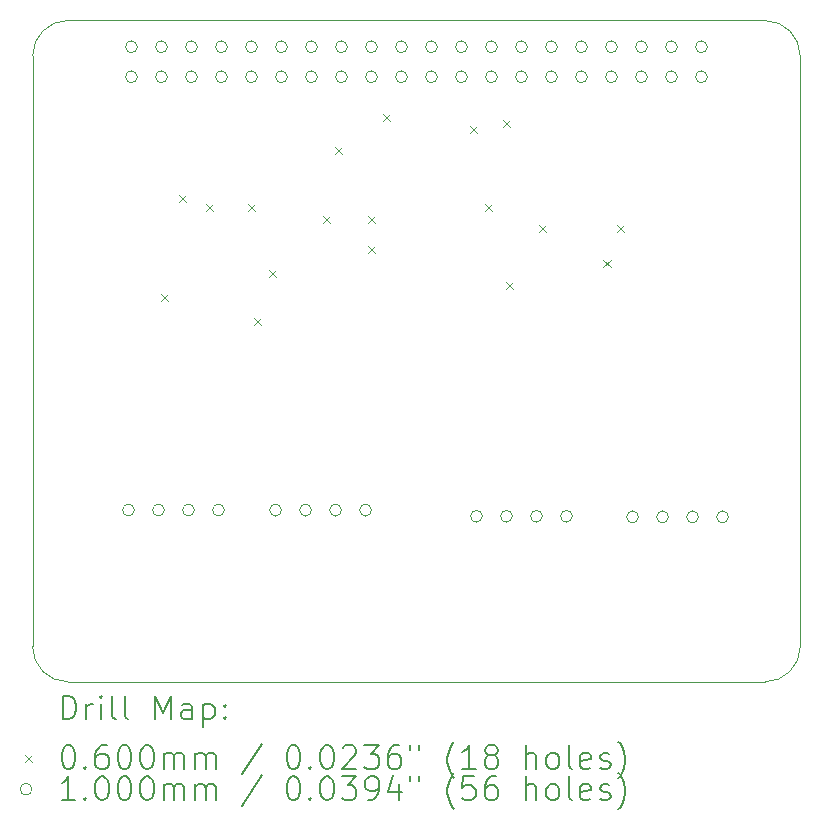
<source format=gbr>
%TF.GenerationSoftware,KiCad,Pcbnew,7.0.8*%
%TF.CreationDate,2023-11-16T11:09:49+00:00*%
%TF.ProjectId,ActionServer,41637469-6f6e-4536-9572-7665722e6b69,rev?*%
%TF.SameCoordinates,Original*%
%TF.FileFunction,Drillmap*%
%TF.FilePolarity,Positive*%
%FSLAX45Y45*%
G04 Gerber Fmt 4.5, Leading zero omitted, Abs format (unit mm)*
G04 Created by KiCad (PCBNEW 7.0.8) date 2023-11-16 11:09:49*
%MOMM*%
%LPD*%
G01*
G04 APERTURE LIST*
%ADD10C,0.100000*%
%ADD11C,0.200000*%
%ADD12C,0.060000*%
G04 APERTURE END LIST*
D10*
X16500000Y-4700000D02*
G75*
G03*
X16200000Y-4400000I-300000J0D01*
G01*
X16500000Y-9700000D02*
X16500000Y-4700000D01*
X10000000Y-4700000D02*
X10000000Y-8100000D01*
X10000000Y-9700000D02*
G75*
G03*
X10300000Y-10000000I300000J0D01*
G01*
X10300000Y-10000000D02*
X16200000Y-10000000D01*
X16200000Y-10000000D02*
G75*
G03*
X16500000Y-9700000I0J300000D01*
G01*
X10300000Y-4400000D02*
G75*
G03*
X10000000Y-4700000I0J-300000D01*
G01*
X10000000Y-8100000D02*
X10000000Y-9700000D01*
X16200000Y-4400000D02*
X10300000Y-4400000D01*
D11*
D12*
X11087600Y-6712300D02*
X11147600Y-6772300D01*
X11147600Y-6712300D02*
X11087600Y-6772300D01*
X11240000Y-5880600D02*
X11300000Y-5940600D01*
X11300000Y-5880600D02*
X11240000Y-5940600D01*
X11468600Y-5956800D02*
X11528600Y-6016800D01*
X11528600Y-5956800D02*
X11468600Y-6016800D01*
X11824200Y-5956800D02*
X11884200Y-6016800D01*
X11884200Y-5956800D02*
X11824200Y-6016800D01*
X11875000Y-6922000D02*
X11935000Y-6982000D01*
X11935000Y-6922000D02*
X11875000Y-6982000D01*
X12002000Y-6515600D02*
X12062000Y-6575600D01*
X12062000Y-6515600D02*
X12002000Y-6575600D01*
X12459200Y-6058400D02*
X12519200Y-6118400D01*
X12519200Y-6058400D02*
X12459200Y-6118400D01*
X12560800Y-5474200D02*
X12620800Y-5534200D01*
X12620800Y-5474200D02*
X12560800Y-5534200D01*
X12840200Y-6058400D02*
X12900200Y-6118400D01*
X12900200Y-6058400D02*
X12840200Y-6118400D01*
X12840200Y-6312400D02*
X12900200Y-6372400D01*
X12900200Y-6312400D02*
X12840200Y-6372400D01*
X12967200Y-5194800D02*
X13027200Y-5254800D01*
X13027200Y-5194800D02*
X12967200Y-5254800D01*
X13703800Y-5296400D02*
X13763800Y-5356400D01*
X13763800Y-5296400D02*
X13703800Y-5356400D01*
X13830800Y-5956800D02*
X13890800Y-6016800D01*
X13890800Y-5956800D02*
X13830800Y-6016800D01*
X13983200Y-5245600D02*
X14043200Y-5305600D01*
X14043200Y-5245600D02*
X13983200Y-5305600D01*
X14008600Y-6617200D02*
X14068600Y-6677200D01*
X14068600Y-6617200D02*
X14008600Y-6677200D01*
X14288000Y-6134600D02*
X14348000Y-6194600D01*
X14348000Y-6134600D02*
X14288000Y-6194600D01*
X14834100Y-6426700D02*
X14894100Y-6486700D01*
X14894100Y-6426700D02*
X14834100Y-6486700D01*
X14948400Y-6134600D02*
X15008400Y-6194600D01*
X15008400Y-6134600D02*
X14948400Y-6194600D01*
D10*
X10861800Y-8545700D02*
G75*
G03*
X10861800Y-8545700I-50000J0D01*
G01*
X10887000Y-4623000D02*
G75*
G03*
X10887000Y-4623000I-50000J0D01*
G01*
X10887000Y-4877000D02*
G75*
G03*
X10887000Y-4877000I-50000J0D01*
G01*
X11115800Y-8545700D02*
G75*
G03*
X11115800Y-8545700I-50000J0D01*
G01*
X11141000Y-4623000D02*
G75*
G03*
X11141000Y-4623000I-50000J0D01*
G01*
X11141000Y-4877000D02*
G75*
G03*
X11141000Y-4877000I-50000J0D01*
G01*
X11369800Y-8545700D02*
G75*
G03*
X11369800Y-8545700I-50000J0D01*
G01*
X11395000Y-4623000D02*
G75*
G03*
X11395000Y-4623000I-50000J0D01*
G01*
X11395000Y-4877000D02*
G75*
G03*
X11395000Y-4877000I-50000J0D01*
G01*
X11623800Y-8545700D02*
G75*
G03*
X11623800Y-8545700I-50000J0D01*
G01*
X11649000Y-4623000D02*
G75*
G03*
X11649000Y-4623000I-50000J0D01*
G01*
X11649000Y-4877000D02*
G75*
G03*
X11649000Y-4877000I-50000J0D01*
G01*
X11903000Y-4623000D02*
G75*
G03*
X11903000Y-4623000I-50000J0D01*
G01*
X11903000Y-4877000D02*
G75*
G03*
X11903000Y-4877000I-50000J0D01*
G01*
X12107400Y-8545700D02*
G75*
G03*
X12107400Y-8545700I-50000J0D01*
G01*
X12157000Y-4623000D02*
G75*
G03*
X12157000Y-4623000I-50000J0D01*
G01*
X12157000Y-4877000D02*
G75*
G03*
X12157000Y-4877000I-50000J0D01*
G01*
X12361400Y-8545700D02*
G75*
G03*
X12361400Y-8545700I-50000J0D01*
G01*
X12411000Y-4623000D02*
G75*
G03*
X12411000Y-4623000I-50000J0D01*
G01*
X12411000Y-4877000D02*
G75*
G03*
X12411000Y-4877000I-50000J0D01*
G01*
X12615400Y-8545700D02*
G75*
G03*
X12615400Y-8545700I-50000J0D01*
G01*
X12665000Y-4623000D02*
G75*
G03*
X12665000Y-4623000I-50000J0D01*
G01*
X12665000Y-4877000D02*
G75*
G03*
X12665000Y-4877000I-50000J0D01*
G01*
X12869400Y-8545700D02*
G75*
G03*
X12869400Y-8545700I-50000J0D01*
G01*
X12919000Y-4623000D02*
G75*
G03*
X12919000Y-4623000I-50000J0D01*
G01*
X12919000Y-4877000D02*
G75*
G03*
X12919000Y-4877000I-50000J0D01*
G01*
X13173000Y-4623000D02*
G75*
G03*
X13173000Y-4623000I-50000J0D01*
G01*
X13173000Y-4877000D02*
G75*
G03*
X13173000Y-4877000I-50000J0D01*
G01*
X13427000Y-4623000D02*
G75*
G03*
X13427000Y-4623000I-50000J0D01*
G01*
X13427000Y-4877000D02*
G75*
G03*
X13427000Y-4877000I-50000J0D01*
G01*
X13681000Y-4623000D02*
G75*
G03*
X13681000Y-4623000I-50000J0D01*
G01*
X13681000Y-4877000D02*
G75*
G03*
X13681000Y-4877000I-50000J0D01*
G01*
X13808200Y-8597300D02*
G75*
G03*
X13808200Y-8597300I-50000J0D01*
G01*
X13935000Y-4623000D02*
G75*
G03*
X13935000Y-4623000I-50000J0D01*
G01*
X13935000Y-4877000D02*
G75*
G03*
X13935000Y-4877000I-50000J0D01*
G01*
X14062200Y-8597300D02*
G75*
G03*
X14062200Y-8597300I-50000J0D01*
G01*
X14189000Y-4623000D02*
G75*
G03*
X14189000Y-4623000I-50000J0D01*
G01*
X14189000Y-4877000D02*
G75*
G03*
X14189000Y-4877000I-50000J0D01*
G01*
X14316200Y-8597300D02*
G75*
G03*
X14316200Y-8597300I-50000J0D01*
G01*
X14443000Y-4623000D02*
G75*
G03*
X14443000Y-4623000I-50000J0D01*
G01*
X14443000Y-4877000D02*
G75*
G03*
X14443000Y-4877000I-50000J0D01*
G01*
X14570200Y-8597300D02*
G75*
G03*
X14570200Y-8597300I-50000J0D01*
G01*
X14697000Y-4623000D02*
G75*
G03*
X14697000Y-4623000I-50000J0D01*
G01*
X14697000Y-4877000D02*
G75*
G03*
X14697000Y-4877000I-50000J0D01*
G01*
X14951000Y-4623000D02*
G75*
G03*
X14951000Y-4623000I-50000J0D01*
G01*
X14951000Y-4877000D02*
G75*
G03*
X14951000Y-4877000I-50000J0D01*
G01*
X15130000Y-8603000D02*
G75*
G03*
X15130000Y-8603000I-50000J0D01*
G01*
X15205000Y-4623000D02*
G75*
G03*
X15205000Y-4623000I-50000J0D01*
G01*
X15205000Y-4877000D02*
G75*
G03*
X15205000Y-4877000I-50000J0D01*
G01*
X15384000Y-8603000D02*
G75*
G03*
X15384000Y-8603000I-50000J0D01*
G01*
X15459000Y-4623000D02*
G75*
G03*
X15459000Y-4623000I-50000J0D01*
G01*
X15459000Y-4877000D02*
G75*
G03*
X15459000Y-4877000I-50000J0D01*
G01*
X15638000Y-8603000D02*
G75*
G03*
X15638000Y-8603000I-50000J0D01*
G01*
X15713000Y-4623000D02*
G75*
G03*
X15713000Y-4623000I-50000J0D01*
G01*
X15713000Y-4877000D02*
G75*
G03*
X15713000Y-4877000I-50000J0D01*
G01*
X15892000Y-8603000D02*
G75*
G03*
X15892000Y-8603000I-50000J0D01*
G01*
D11*
X10255777Y-10316484D02*
X10255777Y-10116484D01*
X10255777Y-10116484D02*
X10303396Y-10116484D01*
X10303396Y-10116484D02*
X10331967Y-10126008D01*
X10331967Y-10126008D02*
X10351015Y-10145055D01*
X10351015Y-10145055D02*
X10360539Y-10164103D01*
X10360539Y-10164103D02*
X10370063Y-10202198D01*
X10370063Y-10202198D02*
X10370063Y-10230770D01*
X10370063Y-10230770D02*
X10360539Y-10268865D01*
X10360539Y-10268865D02*
X10351015Y-10287912D01*
X10351015Y-10287912D02*
X10331967Y-10306960D01*
X10331967Y-10306960D02*
X10303396Y-10316484D01*
X10303396Y-10316484D02*
X10255777Y-10316484D01*
X10455777Y-10316484D02*
X10455777Y-10183150D01*
X10455777Y-10221246D02*
X10465301Y-10202198D01*
X10465301Y-10202198D02*
X10474824Y-10192674D01*
X10474824Y-10192674D02*
X10493872Y-10183150D01*
X10493872Y-10183150D02*
X10512920Y-10183150D01*
X10579586Y-10316484D02*
X10579586Y-10183150D01*
X10579586Y-10116484D02*
X10570063Y-10126008D01*
X10570063Y-10126008D02*
X10579586Y-10135531D01*
X10579586Y-10135531D02*
X10589110Y-10126008D01*
X10589110Y-10126008D02*
X10579586Y-10116484D01*
X10579586Y-10116484D02*
X10579586Y-10135531D01*
X10703396Y-10316484D02*
X10684348Y-10306960D01*
X10684348Y-10306960D02*
X10674824Y-10287912D01*
X10674824Y-10287912D02*
X10674824Y-10116484D01*
X10808158Y-10316484D02*
X10789110Y-10306960D01*
X10789110Y-10306960D02*
X10779586Y-10287912D01*
X10779586Y-10287912D02*
X10779586Y-10116484D01*
X11036729Y-10316484D02*
X11036729Y-10116484D01*
X11036729Y-10116484D02*
X11103396Y-10259341D01*
X11103396Y-10259341D02*
X11170063Y-10116484D01*
X11170063Y-10116484D02*
X11170063Y-10316484D01*
X11351015Y-10316484D02*
X11351015Y-10211722D01*
X11351015Y-10211722D02*
X11341491Y-10192674D01*
X11341491Y-10192674D02*
X11322443Y-10183150D01*
X11322443Y-10183150D02*
X11284348Y-10183150D01*
X11284348Y-10183150D02*
X11265301Y-10192674D01*
X11351015Y-10306960D02*
X11331967Y-10316484D01*
X11331967Y-10316484D02*
X11284348Y-10316484D01*
X11284348Y-10316484D02*
X11265301Y-10306960D01*
X11265301Y-10306960D02*
X11255777Y-10287912D01*
X11255777Y-10287912D02*
X11255777Y-10268865D01*
X11255777Y-10268865D02*
X11265301Y-10249817D01*
X11265301Y-10249817D02*
X11284348Y-10240293D01*
X11284348Y-10240293D02*
X11331967Y-10240293D01*
X11331967Y-10240293D02*
X11351015Y-10230770D01*
X11446253Y-10183150D02*
X11446253Y-10383150D01*
X11446253Y-10192674D02*
X11465301Y-10183150D01*
X11465301Y-10183150D02*
X11503396Y-10183150D01*
X11503396Y-10183150D02*
X11522443Y-10192674D01*
X11522443Y-10192674D02*
X11531967Y-10202198D01*
X11531967Y-10202198D02*
X11541491Y-10221246D01*
X11541491Y-10221246D02*
X11541491Y-10278389D01*
X11541491Y-10278389D02*
X11531967Y-10297436D01*
X11531967Y-10297436D02*
X11522443Y-10306960D01*
X11522443Y-10306960D02*
X11503396Y-10316484D01*
X11503396Y-10316484D02*
X11465301Y-10316484D01*
X11465301Y-10316484D02*
X11446253Y-10306960D01*
X11627205Y-10297436D02*
X11636729Y-10306960D01*
X11636729Y-10306960D02*
X11627205Y-10316484D01*
X11627205Y-10316484D02*
X11617682Y-10306960D01*
X11617682Y-10306960D02*
X11627205Y-10297436D01*
X11627205Y-10297436D02*
X11627205Y-10316484D01*
X11627205Y-10192674D02*
X11636729Y-10202198D01*
X11636729Y-10202198D02*
X11627205Y-10211722D01*
X11627205Y-10211722D02*
X11617682Y-10202198D01*
X11617682Y-10202198D02*
X11627205Y-10192674D01*
X11627205Y-10192674D02*
X11627205Y-10211722D01*
D12*
X9935000Y-10615000D02*
X9995000Y-10675000D01*
X9995000Y-10615000D02*
X9935000Y-10675000D01*
D11*
X10293872Y-10536484D02*
X10312920Y-10536484D01*
X10312920Y-10536484D02*
X10331967Y-10546008D01*
X10331967Y-10546008D02*
X10341491Y-10555531D01*
X10341491Y-10555531D02*
X10351015Y-10574579D01*
X10351015Y-10574579D02*
X10360539Y-10612674D01*
X10360539Y-10612674D02*
X10360539Y-10660293D01*
X10360539Y-10660293D02*
X10351015Y-10698389D01*
X10351015Y-10698389D02*
X10341491Y-10717436D01*
X10341491Y-10717436D02*
X10331967Y-10726960D01*
X10331967Y-10726960D02*
X10312920Y-10736484D01*
X10312920Y-10736484D02*
X10293872Y-10736484D01*
X10293872Y-10736484D02*
X10274824Y-10726960D01*
X10274824Y-10726960D02*
X10265301Y-10717436D01*
X10265301Y-10717436D02*
X10255777Y-10698389D01*
X10255777Y-10698389D02*
X10246253Y-10660293D01*
X10246253Y-10660293D02*
X10246253Y-10612674D01*
X10246253Y-10612674D02*
X10255777Y-10574579D01*
X10255777Y-10574579D02*
X10265301Y-10555531D01*
X10265301Y-10555531D02*
X10274824Y-10546008D01*
X10274824Y-10546008D02*
X10293872Y-10536484D01*
X10446253Y-10717436D02*
X10455777Y-10726960D01*
X10455777Y-10726960D02*
X10446253Y-10736484D01*
X10446253Y-10736484D02*
X10436729Y-10726960D01*
X10436729Y-10726960D02*
X10446253Y-10717436D01*
X10446253Y-10717436D02*
X10446253Y-10736484D01*
X10627205Y-10536484D02*
X10589110Y-10536484D01*
X10589110Y-10536484D02*
X10570063Y-10546008D01*
X10570063Y-10546008D02*
X10560539Y-10555531D01*
X10560539Y-10555531D02*
X10541491Y-10584103D01*
X10541491Y-10584103D02*
X10531967Y-10622198D01*
X10531967Y-10622198D02*
X10531967Y-10698389D01*
X10531967Y-10698389D02*
X10541491Y-10717436D01*
X10541491Y-10717436D02*
X10551015Y-10726960D01*
X10551015Y-10726960D02*
X10570063Y-10736484D01*
X10570063Y-10736484D02*
X10608158Y-10736484D01*
X10608158Y-10736484D02*
X10627205Y-10726960D01*
X10627205Y-10726960D02*
X10636729Y-10717436D01*
X10636729Y-10717436D02*
X10646253Y-10698389D01*
X10646253Y-10698389D02*
X10646253Y-10650770D01*
X10646253Y-10650770D02*
X10636729Y-10631722D01*
X10636729Y-10631722D02*
X10627205Y-10622198D01*
X10627205Y-10622198D02*
X10608158Y-10612674D01*
X10608158Y-10612674D02*
X10570063Y-10612674D01*
X10570063Y-10612674D02*
X10551015Y-10622198D01*
X10551015Y-10622198D02*
X10541491Y-10631722D01*
X10541491Y-10631722D02*
X10531967Y-10650770D01*
X10770063Y-10536484D02*
X10789110Y-10536484D01*
X10789110Y-10536484D02*
X10808158Y-10546008D01*
X10808158Y-10546008D02*
X10817682Y-10555531D01*
X10817682Y-10555531D02*
X10827205Y-10574579D01*
X10827205Y-10574579D02*
X10836729Y-10612674D01*
X10836729Y-10612674D02*
X10836729Y-10660293D01*
X10836729Y-10660293D02*
X10827205Y-10698389D01*
X10827205Y-10698389D02*
X10817682Y-10717436D01*
X10817682Y-10717436D02*
X10808158Y-10726960D01*
X10808158Y-10726960D02*
X10789110Y-10736484D01*
X10789110Y-10736484D02*
X10770063Y-10736484D01*
X10770063Y-10736484D02*
X10751015Y-10726960D01*
X10751015Y-10726960D02*
X10741491Y-10717436D01*
X10741491Y-10717436D02*
X10731967Y-10698389D01*
X10731967Y-10698389D02*
X10722444Y-10660293D01*
X10722444Y-10660293D02*
X10722444Y-10612674D01*
X10722444Y-10612674D02*
X10731967Y-10574579D01*
X10731967Y-10574579D02*
X10741491Y-10555531D01*
X10741491Y-10555531D02*
X10751015Y-10546008D01*
X10751015Y-10546008D02*
X10770063Y-10536484D01*
X10960539Y-10536484D02*
X10979586Y-10536484D01*
X10979586Y-10536484D02*
X10998634Y-10546008D01*
X10998634Y-10546008D02*
X11008158Y-10555531D01*
X11008158Y-10555531D02*
X11017682Y-10574579D01*
X11017682Y-10574579D02*
X11027205Y-10612674D01*
X11027205Y-10612674D02*
X11027205Y-10660293D01*
X11027205Y-10660293D02*
X11017682Y-10698389D01*
X11017682Y-10698389D02*
X11008158Y-10717436D01*
X11008158Y-10717436D02*
X10998634Y-10726960D01*
X10998634Y-10726960D02*
X10979586Y-10736484D01*
X10979586Y-10736484D02*
X10960539Y-10736484D01*
X10960539Y-10736484D02*
X10941491Y-10726960D01*
X10941491Y-10726960D02*
X10931967Y-10717436D01*
X10931967Y-10717436D02*
X10922444Y-10698389D01*
X10922444Y-10698389D02*
X10912920Y-10660293D01*
X10912920Y-10660293D02*
X10912920Y-10612674D01*
X10912920Y-10612674D02*
X10922444Y-10574579D01*
X10922444Y-10574579D02*
X10931967Y-10555531D01*
X10931967Y-10555531D02*
X10941491Y-10546008D01*
X10941491Y-10546008D02*
X10960539Y-10536484D01*
X11112920Y-10736484D02*
X11112920Y-10603150D01*
X11112920Y-10622198D02*
X11122444Y-10612674D01*
X11122444Y-10612674D02*
X11141491Y-10603150D01*
X11141491Y-10603150D02*
X11170063Y-10603150D01*
X11170063Y-10603150D02*
X11189110Y-10612674D01*
X11189110Y-10612674D02*
X11198634Y-10631722D01*
X11198634Y-10631722D02*
X11198634Y-10736484D01*
X11198634Y-10631722D02*
X11208158Y-10612674D01*
X11208158Y-10612674D02*
X11227205Y-10603150D01*
X11227205Y-10603150D02*
X11255777Y-10603150D01*
X11255777Y-10603150D02*
X11274824Y-10612674D01*
X11274824Y-10612674D02*
X11284348Y-10631722D01*
X11284348Y-10631722D02*
X11284348Y-10736484D01*
X11379586Y-10736484D02*
X11379586Y-10603150D01*
X11379586Y-10622198D02*
X11389110Y-10612674D01*
X11389110Y-10612674D02*
X11408158Y-10603150D01*
X11408158Y-10603150D02*
X11436729Y-10603150D01*
X11436729Y-10603150D02*
X11455777Y-10612674D01*
X11455777Y-10612674D02*
X11465301Y-10631722D01*
X11465301Y-10631722D02*
X11465301Y-10736484D01*
X11465301Y-10631722D02*
X11474824Y-10612674D01*
X11474824Y-10612674D02*
X11493872Y-10603150D01*
X11493872Y-10603150D02*
X11522443Y-10603150D01*
X11522443Y-10603150D02*
X11541491Y-10612674D01*
X11541491Y-10612674D02*
X11551015Y-10631722D01*
X11551015Y-10631722D02*
X11551015Y-10736484D01*
X11941491Y-10526960D02*
X11770063Y-10784103D01*
X12198634Y-10536484D02*
X12217682Y-10536484D01*
X12217682Y-10536484D02*
X12236729Y-10546008D01*
X12236729Y-10546008D02*
X12246253Y-10555531D01*
X12246253Y-10555531D02*
X12255777Y-10574579D01*
X12255777Y-10574579D02*
X12265301Y-10612674D01*
X12265301Y-10612674D02*
X12265301Y-10660293D01*
X12265301Y-10660293D02*
X12255777Y-10698389D01*
X12255777Y-10698389D02*
X12246253Y-10717436D01*
X12246253Y-10717436D02*
X12236729Y-10726960D01*
X12236729Y-10726960D02*
X12217682Y-10736484D01*
X12217682Y-10736484D02*
X12198634Y-10736484D01*
X12198634Y-10736484D02*
X12179586Y-10726960D01*
X12179586Y-10726960D02*
X12170063Y-10717436D01*
X12170063Y-10717436D02*
X12160539Y-10698389D01*
X12160539Y-10698389D02*
X12151015Y-10660293D01*
X12151015Y-10660293D02*
X12151015Y-10612674D01*
X12151015Y-10612674D02*
X12160539Y-10574579D01*
X12160539Y-10574579D02*
X12170063Y-10555531D01*
X12170063Y-10555531D02*
X12179586Y-10546008D01*
X12179586Y-10546008D02*
X12198634Y-10536484D01*
X12351015Y-10717436D02*
X12360539Y-10726960D01*
X12360539Y-10726960D02*
X12351015Y-10736484D01*
X12351015Y-10736484D02*
X12341491Y-10726960D01*
X12341491Y-10726960D02*
X12351015Y-10717436D01*
X12351015Y-10717436D02*
X12351015Y-10736484D01*
X12484348Y-10536484D02*
X12503396Y-10536484D01*
X12503396Y-10536484D02*
X12522444Y-10546008D01*
X12522444Y-10546008D02*
X12531967Y-10555531D01*
X12531967Y-10555531D02*
X12541491Y-10574579D01*
X12541491Y-10574579D02*
X12551015Y-10612674D01*
X12551015Y-10612674D02*
X12551015Y-10660293D01*
X12551015Y-10660293D02*
X12541491Y-10698389D01*
X12541491Y-10698389D02*
X12531967Y-10717436D01*
X12531967Y-10717436D02*
X12522444Y-10726960D01*
X12522444Y-10726960D02*
X12503396Y-10736484D01*
X12503396Y-10736484D02*
X12484348Y-10736484D01*
X12484348Y-10736484D02*
X12465301Y-10726960D01*
X12465301Y-10726960D02*
X12455777Y-10717436D01*
X12455777Y-10717436D02*
X12446253Y-10698389D01*
X12446253Y-10698389D02*
X12436729Y-10660293D01*
X12436729Y-10660293D02*
X12436729Y-10612674D01*
X12436729Y-10612674D02*
X12446253Y-10574579D01*
X12446253Y-10574579D02*
X12455777Y-10555531D01*
X12455777Y-10555531D02*
X12465301Y-10546008D01*
X12465301Y-10546008D02*
X12484348Y-10536484D01*
X12627206Y-10555531D02*
X12636729Y-10546008D01*
X12636729Y-10546008D02*
X12655777Y-10536484D01*
X12655777Y-10536484D02*
X12703396Y-10536484D01*
X12703396Y-10536484D02*
X12722444Y-10546008D01*
X12722444Y-10546008D02*
X12731967Y-10555531D01*
X12731967Y-10555531D02*
X12741491Y-10574579D01*
X12741491Y-10574579D02*
X12741491Y-10593627D01*
X12741491Y-10593627D02*
X12731967Y-10622198D01*
X12731967Y-10622198D02*
X12617682Y-10736484D01*
X12617682Y-10736484D02*
X12741491Y-10736484D01*
X12808158Y-10536484D02*
X12931967Y-10536484D01*
X12931967Y-10536484D02*
X12865301Y-10612674D01*
X12865301Y-10612674D02*
X12893872Y-10612674D01*
X12893872Y-10612674D02*
X12912920Y-10622198D01*
X12912920Y-10622198D02*
X12922444Y-10631722D01*
X12922444Y-10631722D02*
X12931967Y-10650770D01*
X12931967Y-10650770D02*
X12931967Y-10698389D01*
X12931967Y-10698389D02*
X12922444Y-10717436D01*
X12922444Y-10717436D02*
X12912920Y-10726960D01*
X12912920Y-10726960D02*
X12893872Y-10736484D01*
X12893872Y-10736484D02*
X12836729Y-10736484D01*
X12836729Y-10736484D02*
X12817682Y-10726960D01*
X12817682Y-10726960D02*
X12808158Y-10717436D01*
X13103396Y-10536484D02*
X13065301Y-10536484D01*
X13065301Y-10536484D02*
X13046253Y-10546008D01*
X13046253Y-10546008D02*
X13036729Y-10555531D01*
X13036729Y-10555531D02*
X13017682Y-10584103D01*
X13017682Y-10584103D02*
X13008158Y-10622198D01*
X13008158Y-10622198D02*
X13008158Y-10698389D01*
X13008158Y-10698389D02*
X13017682Y-10717436D01*
X13017682Y-10717436D02*
X13027206Y-10726960D01*
X13027206Y-10726960D02*
X13046253Y-10736484D01*
X13046253Y-10736484D02*
X13084348Y-10736484D01*
X13084348Y-10736484D02*
X13103396Y-10726960D01*
X13103396Y-10726960D02*
X13112920Y-10717436D01*
X13112920Y-10717436D02*
X13122444Y-10698389D01*
X13122444Y-10698389D02*
X13122444Y-10650770D01*
X13122444Y-10650770D02*
X13112920Y-10631722D01*
X13112920Y-10631722D02*
X13103396Y-10622198D01*
X13103396Y-10622198D02*
X13084348Y-10612674D01*
X13084348Y-10612674D02*
X13046253Y-10612674D01*
X13046253Y-10612674D02*
X13027206Y-10622198D01*
X13027206Y-10622198D02*
X13017682Y-10631722D01*
X13017682Y-10631722D02*
X13008158Y-10650770D01*
X13198634Y-10536484D02*
X13198634Y-10574579D01*
X13274825Y-10536484D02*
X13274825Y-10574579D01*
X13570063Y-10812674D02*
X13560539Y-10803150D01*
X13560539Y-10803150D02*
X13541491Y-10774579D01*
X13541491Y-10774579D02*
X13531968Y-10755531D01*
X13531968Y-10755531D02*
X13522444Y-10726960D01*
X13522444Y-10726960D02*
X13512920Y-10679341D01*
X13512920Y-10679341D02*
X13512920Y-10641246D01*
X13512920Y-10641246D02*
X13522444Y-10593627D01*
X13522444Y-10593627D02*
X13531968Y-10565055D01*
X13531968Y-10565055D02*
X13541491Y-10546008D01*
X13541491Y-10546008D02*
X13560539Y-10517436D01*
X13560539Y-10517436D02*
X13570063Y-10507912D01*
X13751015Y-10736484D02*
X13636729Y-10736484D01*
X13693872Y-10736484D02*
X13693872Y-10536484D01*
X13693872Y-10536484D02*
X13674825Y-10565055D01*
X13674825Y-10565055D02*
X13655777Y-10584103D01*
X13655777Y-10584103D02*
X13636729Y-10593627D01*
X13865301Y-10622198D02*
X13846253Y-10612674D01*
X13846253Y-10612674D02*
X13836729Y-10603150D01*
X13836729Y-10603150D02*
X13827206Y-10584103D01*
X13827206Y-10584103D02*
X13827206Y-10574579D01*
X13827206Y-10574579D02*
X13836729Y-10555531D01*
X13836729Y-10555531D02*
X13846253Y-10546008D01*
X13846253Y-10546008D02*
X13865301Y-10536484D01*
X13865301Y-10536484D02*
X13903396Y-10536484D01*
X13903396Y-10536484D02*
X13922444Y-10546008D01*
X13922444Y-10546008D02*
X13931968Y-10555531D01*
X13931968Y-10555531D02*
X13941491Y-10574579D01*
X13941491Y-10574579D02*
X13941491Y-10584103D01*
X13941491Y-10584103D02*
X13931968Y-10603150D01*
X13931968Y-10603150D02*
X13922444Y-10612674D01*
X13922444Y-10612674D02*
X13903396Y-10622198D01*
X13903396Y-10622198D02*
X13865301Y-10622198D01*
X13865301Y-10622198D02*
X13846253Y-10631722D01*
X13846253Y-10631722D02*
X13836729Y-10641246D01*
X13836729Y-10641246D02*
X13827206Y-10660293D01*
X13827206Y-10660293D02*
X13827206Y-10698389D01*
X13827206Y-10698389D02*
X13836729Y-10717436D01*
X13836729Y-10717436D02*
X13846253Y-10726960D01*
X13846253Y-10726960D02*
X13865301Y-10736484D01*
X13865301Y-10736484D02*
X13903396Y-10736484D01*
X13903396Y-10736484D02*
X13922444Y-10726960D01*
X13922444Y-10726960D02*
X13931968Y-10717436D01*
X13931968Y-10717436D02*
X13941491Y-10698389D01*
X13941491Y-10698389D02*
X13941491Y-10660293D01*
X13941491Y-10660293D02*
X13931968Y-10641246D01*
X13931968Y-10641246D02*
X13922444Y-10631722D01*
X13922444Y-10631722D02*
X13903396Y-10622198D01*
X14179587Y-10736484D02*
X14179587Y-10536484D01*
X14265301Y-10736484D02*
X14265301Y-10631722D01*
X14265301Y-10631722D02*
X14255777Y-10612674D01*
X14255777Y-10612674D02*
X14236730Y-10603150D01*
X14236730Y-10603150D02*
X14208158Y-10603150D01*
X14208158Y-10603150D02*
X14189110Y-10612674D01*
X14189110Y-10612674D02*
X14179587Y-10622198D01*
X14389110Y-10736484D02*
X14370063Y-10726960D01*
X14370063Y-10726960D02*
X14360539Y-10717436D01*
X14360539Y-10717436D02*
X14351015Y-10698389D01*
X14351015Y-10698389D02*
X14351015Y-10641246D01*
X14351015Y-10641246D02*
X14360539Y-10622198D01*
X14360539Y-10622198D02*
X14370063Y-10612674D01*
X14370063Y-10612674D02*
X14389110Y-10603150D01*
X14389110Y-10603150D02*
X14417682Y-10603150D01*
X14417682Y-10603150D02*
X14436730Y-10612674D01*
X14436730Y-10612674D02*
X14446253Y-10622198D01*
X14446253Y-10622198D02*
X14455777Y-10641246D01*
X14455777Y-10641246D02*
X14455777Y-10698389D01*
X14455777Y-10698389D02*
X14446253Y-10717436D01*
X14446253Y-10717436D02*
X14436730Y-10726960D01*
X14436730Y-10726960D02*
X14417682Y-10736484D01*
X14417682Y-10736484D02*
X14389110Y-10736484D01*
X14570063Y-10736484D02*
X14551015Y-10726960D01*
X14551015Y-10726960D02*
X14541491Y-10707912D01*
X14541491Y-10707912D02*
X14541491Y-10536484D01*
X14722444Y-10726960D02*
X14703396Y-10736484D01*
X14703396Y-10736484D02*
X14665301Y-10736484D01*
X14665301Y-10736484D02*
X14646253Y-10726960D01*
X14646253Y-10726960D02*
X14636730Y-10707912D01*
X14636730Y-10707912D02*
X14636730Y-10631722D01*
X14636730Y-10631722D02*
X14646253Y-10612674D01*
X14646253Y-10612674D02*
X14665301Y-10603150D01*
X14665301Y-10603150D02*
X14703396Y-10603150D01*
X14703396Y-10603150D02*
X14722444Y-10612674D01*
X14722444Y-10612674D02*
X14731968Y-10631722D01*
X14731968Y-10631722D02*
X14731968Y-10650770D01*
X14731968Y-10650770D02*
X14636730Y-10669817D01*
X14808158Y-10726960D02*
X14827206Y-10736484D01*
X14827206Y-10736484D02*
X14865301Y-10736484D01*
X14865301Y-10736484D02*
X14884349Y-10726960D01*
X14884349Y-10726960D02*
X14893872Y-10707912D01*
X14893872Y-10707912D02*
X14893872Y-10698389D01*
X14893872Y-10698389D02*
X14884349Y-10679341D01*
X14884349Y-10679341D02*
X14865301Y-10669817D01*
X14865301Y-10669817D02*
X14836730Y-10669817D01*
X14836730Y-10669817D02*
X14817682Y-10660293D01*
X14817682Y-10660293D02*
X14808158Y-10641246D01*
X14808158Y-10641246D02*
X14808158Y-10631722D01*
X14808158Y-10631722D02*
X14817682Y-10612674D01*
X14817682Y-10612674D02*
X14836730Y-10603150D01*
X14836730Y-10603150D02*
X14865301Y-10603150D01*
X14865301Y-10603150D02*
X14884349Y-10612674D01*
X14960539Y-10812674D02*
X14970063Y-10803150D01*
X14970063Y-10803150D02*
X14989111Y-10774579D01*
X14989111Y-10774579D02*
X14998634Y-10755531D01*
X14998634Y-10755531D02*
X15008158Y-10726960D01*
X15008158Y-10726960D02*
X15017682Y-10679341D01*
X15017682Y-10679341D02*
X15017682Y-10641246D01*
X15017682Y-10641246D02*
X15008158Y-10593627D01*
X15008158Y-10593627D02*
X14998634Y-10565055D01*
X14998634Y-10565055D02*
X14989111Y-10546008D01*
X14989111Y-10546008D02*
X14970063Y-10517436D01*
X14970063Y-10517436D02*
X14960539Y-10507912D01*
D10*
X9995000Y-10909000D02*
G75*
G03*
X9995000Y-10909000I-50000J0D01*
G01*
D11*
X10360539Y-11000484D02*
X10246253Y-11000484D01*
X10303396Y-11000484D02*
X10303396Y-10800484D01*
X10303396Y-10800484D02*
X10284348Y-10829055D01*
X10284348Y-10829055D02*
X10265301Y-10848103D01*
X10265301Y-10848103D02*
X10246253Y-10857627D01*
X10446253Y-10981436D02*
X10455777Y-10990960D01*
X10455777Y-10990960D02*
X10446253Y-11000484D01*
X10446253Y-11000484D02*
X10436729Y-10990960D01*
X10436729Y-10990960D02*
X10446253Y-10981436D01*
X10446253Y-10981436D02*
X10446253Y-11000484D01*
X10579586Y-10800484D02*
X10598634Y-10800484D01*
X10598634Y-10800484D02*
X10617682Y-10810008D01*
X10617682Y-10810008D02*
X10627205Y-10819531D01*
X10627205Y-10819531D02*
X10636729Y-10838579D01*
X10636729Y-10838579D02*
X10646253Y-10876674D01*
X10646253Y-10876674D02*
X10646253Y-10924293D01*
X10646253Y-10924293D02*
X10636729Y-10962389D01*
X10636729Y-10962389D02*
X10627205Y-10981436D01*
X10627205Y-10981436D02*
X10617682Y-10990960D01*
X10617682Y-10990960D02*
X10598634Y-11000484D01*
X10598634Y-11000484D02*
X10579586Y-11000484D01*
X10579586Y-11000484D02*
X10560539Y-10990960D01*
X10560539Y-10990960D02*
X10551015Y-10981436D01*
X10551015Y-10981436D02*
X10541491Y-10962389D01*
X10541491Y-10962389D02*
X10531967Y-10924293D01*
X10531967Y-10924293D02*
X10531967Y-10876674D01*
X10531967Y-10876674D02*
X10541491Y-10838579D01*
X10541491Y-10838579D02*
X10551015Y-10819531D01*
X10551015Y-10819531D02*
X10560539Y-10810008D01*
X10560539Y-10810008D02*
X10579586Y-10800484D01*
X10770063Y-10800484D02*
X10789110Y-10800484D01*
X10789110Y-10800484D02*
X10808158Y-10810008D01*
X10808158Y-10810008D02*
X10817682Y-10819531D01*
X10817682Y-10819531D02*
X10827205Y-10838579D01*
X10827205Y-10838579D02*
X10836729Y-10876674D01*
X10836729Y-10876674D02*
X10836729Y-10924293D01*
X10836729Y-10924293D02*
X10827205Y-10962389D01*
X10827205Y-10962389D02*
X10817682Y-10981436D01*
X10817682Y-10981436D02*
X10808158Y-10990960D01*
X10808158Y-10990960D02*
X10789110Y-11000484D01*
X10789110Y-11000484D02*
X10770063Y-11000484D01*
X10770063Y-11000484D02*
X10751015Y-10990960D01*
X10751015Y-10990960D02*
X10741491Y-10981436D01*
X10741491Y-10981436D02*
X10731967Y-10962389D01*
X10731967Y-10962389D02*
X10722444Y-10924293D01*
X10722444Y-10924293D02*
X10722444Y-10876674D01*
X10722444Y-10876674D02*
X10731967Y-10838579D01*
X10731967Y-10838579D02*
X10741491Y-10819531D01*
X10741491Y-10819531D02*
X10751015Y-10810008D01*
X10751015Y-10810008D02*
X10770063Y-10800484D01*
X10960539Y-10800484D02*
X10979586Y-10800484D01*
X10979586Y-10800484D02*
X10998634Y-10810008D01*
X10998634Y-10810008D02*
X11008158Y-10819531D01*
X11008158Y-10819531D02*
X11017682Y-10838579D01*
X11017682Y-10838579D02*
X11027205Y-10876674D01*
X11027205Y-10876674D02*
X11027205Y-10924293D01*
X11027205Y-10924293D02*
X11017682Y-10962389D01*
X11017682Y-10962389D02*
X11008158Y-10981436D01*
X11008158Y-10981436D02*
X10998634Y-10990960D01*
X10998634Y-10990960D02*
X10979586Y-11000484D01*
X10979586Y-11000484D02*
X10960539Y-11000484D01*
X10960539Y-11000484D02*
X10941491Y-10990960D01*
X10941491Y-10990960D02*
X10931967Y-10981436D01*
X10931967Y-10981436D02*
X10922444Y-10962389D01*
X10922444Y-10962389D02*
X10912920Y-10924293D01*
X10912920Y-10924293D02*
X10912920Y-10876674D01*
X10912920Y-10876674D02*
X10922444Y-10838579D01*
X10922444Y-10838579D02*
X10931967Y-10819531D01*
X10931967Y-10819531D02*
X10941491Y-10810008D01*
X10941491Y-10810008D02*
X10960539Y-10800484D01*
X11112920Y-11000484D02*
X11112920Y-10867150D01*
X11112920Y-10886198D02*
X11122444Y-10876674D01*
X11122444Y-10876674D02*
X11141491Y-10867150D01*
X11141491Y-10867150D02*
X11170063Y-10867150D01*
X11170063Y-10867150D02*
X11189110Y-10876674D01*
X11189110Y-10876674D02*
X11198634Y-10895722D01*
X11198634Y-10895722D02*
X11198634Y-11000484D01*
X11198634Y-10895722D02*
X11208158Y-10876674D01*
X11208158Y-10876674D02*
X11227205Y-10867150D01*
X11227205Y-10867150D02*
X11255777Y-10867150D01*
X11255777Y-10867150D02*
X11274824Y-10876674D01*
X11274824Y-10876674D02*
X11284348Y-10895722D01*
X11284348Y-10895722D02*
X11284348Y-11000484D01*
X11379586Y-11000484D02*
X11379586Y-10867150D01*
X11379586Y-10886198D02*
X11389110Y-10876674D01*
X11389110Y-10876674D02*
X11408158Y-10867150D01*
X11408158Y-10867150D02*
X11436729Y-10867150D01*
X11436729Y-10867150D02*
X11455777Y-10876674D01*
X11455777Y-10876674D02*
X11465301Y-10895722D01*
X11465301Y-10895722D02*
X11465301Y-11000484D01*
X11465301Y-10895722D02*
X11474824Y-10876674D01*
X11474824Y-10876674D02*
X11493872Y-10867150D01*
X11493872Y-10867150D02*
X11522443Y-10867150D01*
X11522443Y-10867150D02*
X11541491Y-10876674D01*
X11541491Y-10876674D02*
X11551015Y-10895722D01*
X11551015Y-10895722D02*
X11551015Y-11000484D01*
X11941491Y-10790960D02*
X11770063Y-11048103D01*
X12198634Y-10800484D02*
X12217682Y-10800484D01*
X12217682Y-10800484D02*
X12236729Y-10810008D01*
X12236729Y-10810008D02*
X12246253Y-10819531D01*
X12246253Y-10819531D02*
X12255777Y-10838579D01*
X12255777Y-10838579D02*
X12265301Y-10876674D01*
X12265301Y-10876674D02*
X12265301Y-10924293D01*
X12265301Y-10924293D02*
X12255777Y-10962389D01*
X12255777Y-10962389D02*
X12246253Y-10981436D01*
X12246253Y-10981436D02*
X12236729Y-10990960D01*
X12236729Y-10990960D02*
X12217682Y-11000484D01*
X12217682Y-11000484D02*
X12198634Y-11000484D01*
X12198634Y-11000484D02*
X12179586Y-10990960D01*
X12179586Y-10990960D02*
X12170063Y-10981436D01*
X12170063Y-10981436D02*
X12160539Y-10962389D01*
X12160539Y-10962389D02*
X12151015Y-10924293D01*
X12151015Y-10924293D02*
X12151015Y-10876674D01*
X12151015Y-10876674D02*
X12160539Y-10838579D01*
X12160539Y-10838579D02*
X12170063Y-10819531D01*
X12170063Y-10819531D02*
X12179586Y-10810008D01*
X12179586Y-10810008D02*
X12198634Y-10800484D01*
X12351015Y-10981436D02*
X12360539Y-10990960D01*
X12360539Y-10990960D02*
X12351015Y-11000484D01*
X12351015Y-11000484D02*
X12341491Y-10990960D01*
X12341491Y-10990960D02*
X12351015Y-10981436D01*
X12351015Y-10981436D02*
X12351015Y-11000484D01*
X12484348Y-10800484D02*
X12503396Y-10800484D01*
X12503396Y-10800484D02*
X12522444Y-10810008D01*
X12522444Y-10810008D02*
X12531967Y-10819531D01*
X12531967Y-10819531D02*
X12541491Y-10838579D01*
X12541491Y-10838579D02*
X12551015Y-10876674D01*
X12551015Y-10876674D02*
X12551015Y-10924293D01*
X12551015Y-10924293D02*
X12541491Y-10962389D01*
X12541491Y-10962389D02*
X12531967Y-10981436D01*
X12531967Y-10981436D02*
X12522444Y-10990960D01*
X12522444Y-10990960D02*
X12503396Y-11000484D01*
X12503396Y-11000484D02*
X12484348Y-11000484D01*
X12484348Y-11000484D02*
X12465301Y-10990960D01*
X12465301Y-10990960D02*
X12455777Y-10981436D01*
X12455777Y-10981436D02*
X12446253Y-10962389D01*
X12446253Y-10962389D02*
X12436729Y-10924293D01*
X12436729Y-10924293D02*
X12436729Y-10876674D01*
X12436729Y-10876674D02*
X12446253Y-10838579D01*
X12446253Y-10838579D02*
X12455777Y-10819531D01*
X12455777Y-10819531D02*
X12465301Y-10810008D01*
X12465301Y-10810008D02*
X12484348Y-10800484D01*
X12617682Y-10800484D02*
X12741491Y-10800484D01*
X12741491Y-10800484D02*
X12674825Y-10876674D01*
X12674825Y-10876674D02*
X12703396Y-10876674D01*
X12703396Y-10876674D02*
X12722444Y-10886198D01*
X12722444Y-10886198D02*
X12731967Y-10895722D01*
X12731967Y-10895722D02*
X12741491Y-10914770D01*
X12741491Y-10914770D02*
X12741491Y-10962389D01*
X12741491Y-10962389D02*
X12731967Y-10981436D01*
X12731967Y-10981436D02*
X12722444Y-10990960D01*
X12722444Y-10990960D02*
X12703396Y-11000484D01*
X12703396Y-11000484D02*
X12646253Y-11000484D01*
X12646253Y-11000484D02*
X12627206Y-10990960D01*
X12627206Y-10990960D02*
X12617682Y-10981436D01*
X12836729Y-11000484D02*
X12874825Y-11000484D01*
X12874825Y-11000484D02*
X12893872Y-10990960D01*
X12893872Y-10990960D02*
X12903396Y-10981436D01*
X12903396Y-10981436D02*
X12922444Y-10952865D01*
X12922444Y-10952865D02*
X12931967Y-10914770D01*
X12931967Y-10914770D02*
X12931967Y-10838579D01*
X12931967Y-10838579D02*
X12922444Y-10819531D01*
X12922444Y-10819531D02*
X12912920Y-10810008D01*
X12912920Y-10810008D02*
X12893872Y-10800484D01*
X12893872Y-10800484D02*
X12855777Y-10800484D01*
X12855777Y-10800484D02*
X12836729Y-10810008D01*
X12836729Y-10810008D02*
X12827206Y-10819531D01*
X12827206Y-10819531D02*
X12817682Y-10838579D01*
X12817682Y-10838579D02*
X12817682Y-10886198D01*
X12817682Y-10886198D02*
X12827206Y-10905246D01*
X12827206Y-10905246D02*
X12836729Y-10914770D01*
X12836729Y-10914770D02*
X12855777Y-10924293D01*
X12855777Y-10924293D02*
X12893872Y-10924293D01*
X12893872Y-10924293D02*
X12912920Y-10914770D01*
X12912920Y-10914770D02*
X12922444Y-10905246D01*
X12922444Y-10905246D02*
X12931967Y-10886198D01*
X13103396Y-10867150D02*
X13103396Y-11000484D01*
X13055777Y-10790960D02*
X13008158Y-10933817D01*
X13008158Y-10933817D02*
X13131967Y-10933817D01*
X13198634Y-10800484D02*
X13198634Y-10838579D01*
X13274825Y-10800484D02*
X13274825Y-10838579D01*
X13570063Y-11076674D02*
X13560539Y-11067150D01*
X13560539Y-11067150D02*
X13541491Y-11038579D01*
X13541491Y-11038579D02*
X13531968Y-11019531D01*
X13531968Y-11019531D02*
X13522444Y-10990960D01*
X13522444Y-10990960D02*
X13512920Y-10943341D01*
X13512920Y-10943341D02*
X13512920Y-10905246D01*
X13512920Y-10905246D02*
X13522444Y-10857627D01*
X13522444Y-10857627D02*
X13531968Y-10829055D01*
X13531968Y-10829055D02*
X13541491Y-10810008D01*
X13541491Y-10810008D02*
X13560539Y-10781436D01*
X13560539Y-10781436D02*
X13570063Y-10771912D01*
X13741491Y-10800484D02*
X13646253Y-10800484D01*
X13646253Y-10800484D02*
X13636729Y-10895722D01*
X13636729Y-10895722D02*
X13646253Y-10886198D01*
X13646253Y-10886198D02*
X13665301Y-10876674D01*
X13665301Y-10876674D02*
X13712920Y-10876674D01*
X13712920Y-10876674D02*
X13731968Y-10886198D01*
X13731968Y-10886198D02*
X13741491Y-10895722D01*
X13741491Y-10895722D02*
X13751015Y-10914770D01*
X13751015Y-10914770D02*
X13751015Y-10962389D01*
X13751015Y-10962389D02*
X13741491Y-10981436D01*
X13741491Y-10981436D02*
X13731968Y-10990960D01*
X13731968Y-10990960D02*
X13712920Y-11000484D01*
X13712920Y-11000484D02*
X13665301Y-11000484D01*
X13665301Y-11000484D02*
X13646253Y-10990960D01*
X13646253Y-10990960D02*
X13636729Y-10981436D01*
X13922444Y-10800484D02*
X13884348Y-10800484D01*
X13884348Y-10800484D02*
X13865301Y-10810008D01*
X13865301Y-10810008D02*
X13855777Y-10819531D01*
X13855777Y-10819531D02*
X13836729Y-10848103D01*
X13836729Y-10848103D02*
X13827206Y-10886198D01*
X13827206Y-10886198D02*
X13827206Y-10962389D01*
X13827206Y-10962389D02*
X13836729Y-10981436D01*
X13836729Y-10981436D02*
X13846253Y-10990960D01*
X13846253Y-10990960D02*
X13865301Y-11000484D01*
X13865301Y-11000484D02*
X13903396Y-11000484D01*
X13903396Y-11000484D02*
X13922444Y-10990960D01*
X13922444Y-10990960D02*
X13931968Y-10981436D01*
X13931968Y-10981436D02*
X13941491Y-10962389D01*
X13941491Y-10962389D02*
X13941491Y-10914770D01*
X13941491Y-10914770D02*
X13931968Y-10895722D01*
X13931968Y-10895722D02*
X13922444Y-10886198D01*
X13922444Y-10886198D02*
X13903396Y-10876674D01*
X13903396Y-10876674D02*
X13865301Y-10876674D01*
X13865301Y-10876674D02*
X13846253Y-10886198D01*
X13846253Y-10886198D02*
X13836729Y-10895722D01*
X13836729Y-10895722D02*
X13827206Y-10914770D01*
X14179587Y-11000484D02*
X14179587Y-10800484D01*
X14265301Y-11000484D02*
X14265301Y-10895722D01*
X14265301Y-10895722D02*
X14255777Y-10876674D01*
X14255777Y-10876674D02*
X14236730Y-10867150D01*
X14236730Y-10867150D02*
X14208158Y-10867150D01*
X14208158Y-10867150D02*
X14189110Y-10876674D01*
X14189110Y-10876674D02*
X14179587Y-10886198D01*
X14389110Y-11000484D02*
X14370063Y-10990960D01*
X14370063Y-10990960D02*
X14360539Y-10981436D01*
X14360539Y-10981436D02*
X14351015Y-10962389D01*
X14351015Y-10962389D02*
X14351015Y-10905246D01*
X14351015Y-10905246D02*
X14360539Y-10886198D01*
X14360539Y-10886198D02*
X14370063Y-10876674D01*
X14370063Y-10876674D02*
X14389110Y-10867150D01*
X14389110Y-10867150D02*
X14417682Y-10867150D01*
X14417682Y-10867150D02*
X14436730Y-10876674D01*
X14436730Y-10876674D02*
X14446253Y-10886198D01*
X14446253Y-10886198D02*
X14455777Y-10905246D01*
X14455777Y-10905246D02*
X14455777Y-10962389D01*
X14455777Y-10962389D02*
X14446253Y-10981436D01*
X14446253Y-10981436D02*
X14436730Y-10990960D01*
X14436730Y-10990960D02*
X14417682Y-11000484D01*
X14417682Y-11000484D02*
X14389110Y-11000484D01*
X14570063Y-11000484D02*
X14551015Y-10990960D01*
X14551015Y-10990960D02*
X14541491Y-10971912D01*
X14541491Y-10971912D02*
X14541491Y-10800484D01*
X14722444Y-10990960D02*
X14703396Y-11000484D01*
X14703396Y-11000484D02*
X14665301Y-11000484D01*
X14665301Y-11000484D02*
X14646253Y-10990960D01*
X14646253Y-10990960D02*
X14636730Y-10971912D01*
X14636730Y-10971912D02*
X14636730Y-10895722D01*
X14636730Y-10895722D02*
X14646253Y-10876674D01*
X14646253Y-10876674D02*
X14665301Y-10867150D01*
X14665301Y-10867150D02*
X14703396Y-10867150D01*
X14703396Y-10867150D02*
X14722444Y-10876674D01*
X14722444Y-10876674D02*
X14731968Y-10895722D01*
X14731968Y-10895722D02*
X14731968Y-10914770D01*
X14731968Y-10914770D02*
X14636730Y-10933817D01*
X14808158Y-10990960D02*
X14827206Y-11000484D01*
X14827206Y-11000484D02*
X14865301Y-11000484D01*
X14865301Y-11000484D02*
X14884349Y-10990960D01*
X14884349Y-10990960D02*
X14893872Y-10971912D01*
X14893872Y-10971912D02*
X14893872Y-10962389D01*
X14893872Y-10962389D02*
X14884349Y-10943341D01*
X14884349Y-10943341D02*
X14865301Y-10933817D01*
X14865301Y-10933817D02*
X14836730Y-10933817D01*
X14836730Y-10933817D02*
X14817682Y-10924293D01*
X14817682Y-10924293D02*
X14808158Y-10905246D01*
X14808158Y-10905246D02*
X14808158Y-10895722D01*
X14808158Y-10895722D02*
X14817682Y-10876674D01*
X14817682Y-10876674D02*
X14836730Y-10867150D01*
X14836730Y-10867150D02*
X14865301Y-10867150D01*
X14865301Y-10867150D02*
X14884349Y-10876674D01*
X14960539Y-11076674D02*
X14970063Y-11067150D01*
X14970063Y-11067150D02*
X14989111Y-11038579D01*
X14989111Y-11038579D02*
X14998634Y-11019531D01*
X14998634Y-11019531D02*
X15008158Y-10990960D01*
X15008158Y-10990960D02*
X15017682Y-10943341D01*
X15017682Y-10943341D02*
X15017682Y-10905246D01*
X15017682Y-10905246D02*
X15008158Y-10857627D01*
X15008158Y-10857627D02*
X14998634Y-10829055D01*
X14998634Y-10829055D02*
X14989111Y-10810008D01*
X14989111Y-10810008D02*
X14970063Y-10781436D01*
X14970063Y-10781436D02*
X14960539Y-10771912D01*
M02*

</source>
